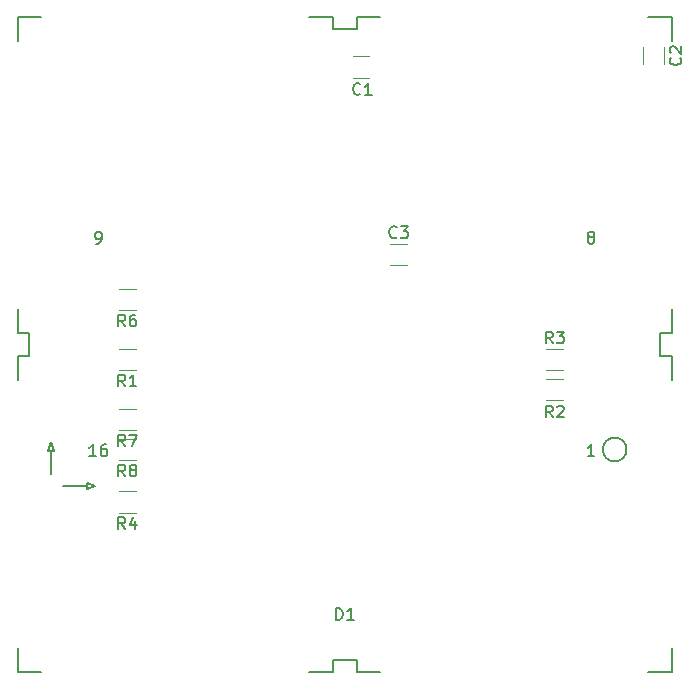
<source format=gbr>
%TF.GenerationSoftware,KiCad,Pcbnew,(5.1.8-0-10_14)*%
%TF.CreationDate,2021-01-04T21:42:45+01:00*%
%TF.ProjectId,led-matrix,6c65642d-6d61-4747-9269-782e6b696361,rev?*%
%TF.SameCoordinates,Original*%
%TF.FileFunction,Legend,Top*%
%TF.FilePolarity,Positive*%
%FSLAX46Y46*%
G04 Gerber Fmt 4.6, Leading zero omitted, Abs format (unit mm)*
G04 Created by KiCad (PCBNEW (5.1.8-0-10_14)) date 2021-01-04 21:42:45*
%MOMM*%
%LPD*%
G01*
G04 APERTURE LIST*
%ADD10C,0.150000*%
%ADD11C,0.120000*%
G04 APERTURE END LIST*
D10*
%TO.C,D1*%
X20445000Y-27635000D02*
X20445000Y-25635000D01*
X23285000Y-61585000D02*
X23535000Y-62335000D01*
X20445000Y-25635000D02*
X22445000Y-25635000D01*
X23035000Y-62335000D02*
X23285000Y-61585000D01*
X75845000Y-54335000D02*
X75845000Y-56335000D01*
X75845000Y-25635000D02*
X75845000Y-27635000D01*
X22445000Y-81035000D02*
X20445000Y-81035000D01*
X26285000Y-65085000D02*
X26285000Y-65585000D01*
X23285000Y-64335000D02*
X23285000Y-62335000D01*
X75845000Y-54335000D02*
X74845000Y-54335000D01*
X73845000Y-25635000D02*
X75845000Y-25635000D01*
X75845000Y-79035000D02*
X75845000Y-81035000D01*
X23535000Y-62335000D02*
X23035000Y-62335000D01*
X24285000Y-65335000D02*
X26285000Y-65335000D01*
X74845000Y-52335000D02*
X75845000Y-52335000D01*
X72005000Y-62225000D02*
G75*
G03*
X72005000Y-62225000I-1000000J0D01*
G01*
X20445000Y-81035000D02*
X20445000Y-79035000D01*
X75845000Y-81035000D02*
X73845000Y-81035000D01*
X26285000Y-65585000D02*
X27035000Y-65335000D01*
X27035000Y-65335000D02*
X26285000Y-65085000D01*
X75845000Y-52335000D02*
X75845000Y-50335000D01*
X74845000Y-54335000D02*
X74845000Y-52335000D01*
X49145000Y-81035000D02*
X51145000Y-81035000D01*
X47145000Y-81035000D02*
X45145000Y-81035000D01*
X49145000Y-80035000D02*
X49145000Y-81035000D01*
X47145000Y-81035000D02*
X47145000Y-80035000D01*
X47145000Y-80035000D02*
X49145000Y-80035000D01*
X20445000Y-52335000D02*
X21445000Y-52335000D01*
X20445000Y-54335000D02*
X20445000Y-56335000D01*
X20445000Y-52335000D02*
X20445000Y-50335000D01*
X21445000Y-52335000D02*
X21445000Y-54335000D01*
X21445000Y-54335000D02*
X20445000Y-54335000D01*
X49145000Y-26635000D02*
X47145000Y-26635000D01*
X49145000Y-25635000D02*
X49145000Y-26635000D01*
X47145000Y-25635000D02*
X45145000Y-25635000D01*
X47145000Y-26635000D02*
X47145000Y-25635000D01*
X49145000Y-25635000D02*
X51145000Y-25635000D01*
D11*
%TO.C,R8*%
X30457064Y-63135000D02*
X29002936Y-63135000D01*
X30457064Y-61315000D02*
X29002936Y-61315000D01*
%TO.C,R7*%
X30457064Y-60600000D02*
X29002936Y-60600000D01*
X30457064Y-58780000D02*
X29002936Y-58780000D01*
%TO.C,R6*%
X30457064Y-50440000D02*
X29002936Y-50440000D01*
X30457064Y-48620000D02*
X29002936Y-48620000D01*
%TO.C,R4*%
X30457064Y-67585000D02*
X29002936Y-67585000D01*
X30457064Y-65765000D02*
X29002936Y-65765000D01*
%TO.C,R3*%
X65197936Y-53695000D02*
X66652064Y-53695000D01*
X65197936Y-55515000D02*
X66652064Y-55515000D01*
%TO.C,R2*%
X65197936Y-56240000D02*
X66652064Y-56240000D01*
X65197936Y-58060000D02*
X66652064Y-58060000D01*
%TO.C,R1*%
X30457064Y-55515000D02*
X29002936Y-55515000D01*
X30457064Y-53695000D02*
X29002936Y-53695000D01*
%TO.C,C3*%
X51993748Y-46630000D02*
X53416252Y-46630000D01*
X51993748Y-44810000D02*
X53416252Y-44810000D01*
%TO.C,C2*%
X75205000Y-29578752D02*
X75205000Y-28156248D01*
X73385000Y-29578752D02*
X73385000Y-28156248D01*
%TO.C,C1*%
X48818748Y-30755000D02*
X50241252Y-30755000D01*
X48818748Y-28935000D02*
X50241252Y-28935000D01*
%TO.C,*%
D10*
%TO.C,D1*%
X47406904Y-76647380D02*
X47406904Y-75647380D01*
X47645000Y-75647380D01*
X47787857Y-75695000D01*
X47883095Y-75790238D01*
X47930714Y-75885476D01*
X47978333Y-76075952D01*
X47978333Y-76218809D01*
X47930714Y-76409285D01*
X47883095Y-76504523D01*
X47787857Y-76599761D01*
X47645000Y-76647380D01*
X47406904Y-76647380D01*
X48930714Y-76647380D02*
X48359285Y-76647380D01*
X48645000Y-76647380D02*
X48645000Y-75647380D01*
X48549761Y-75790238D01*
X48454523Y-75885476D01*
X48359285Y-75933095D01*
X27094523Y-62787380D02*
X26523095Y-62787380D01*
X26808809Y-62787380D02*
X26808809Y-61787380D01*
X26713571Y-61930238D01*
X26618333Y-62025476D01*
X26523095Y-62073095D01*
X27951666Y-61787380D02*
X27761190Y-61787380D01*
X27665952Y-61835000D01*
X27618333Y-61882619D01*
X27523095Y-62025476D01*
X27475476Y-62215952D01*
X27475476Y-62596904D01*
X27523095Y-62692142D01*
X27570714Y-62739761D01*
X27665952Y-62787380D01*
X27856428Y-62787380D01*
X27951666Y-62739761D01*
X27999285Y-62692142D01*
X28046904Y-62596904D01*
X28046904Y-62358809D01*
X27999285Y-62263571D01*
X27951666Y-62215952D01*
X27856428Y-62168333D01*
X27665952Y-62168333D01*
X27570714Y-62215952D01*
X27523095Y-62263571D01*
X27475476Y-62358809D01*
X68909761Y-44215952D02*
X68814523Y-44168333D01*
X68766904Y-44120714D01*
X68719285Y-44025476D01*
X68719285Y-43977857D01*
X68766904Y-43882619D01*
X68814523Y-43835000D01*
X68909761Y-43787380D01*
X69100238Y-43787380D01*
X69195476Y-43835000D01*
X69243095Y-43882619D01*
X69290714Y-43977857D01*
X69290714Y-44025476D01*
X69243095Y-44120714D01*
X69195476Y-44168333D01*
X69100238Y-44215952D01*
X68909761Y-44215952D01*
X68814523Y-44263571D01*
X68766904Y-44311190D01*
X68719285Y-44406428D01*
X68719285Y-44596904D01*
X68766904Y-44692142D01*
X68814523Y-44739761D01*
X68909761Y-44787380D01*
X69100238Y-44787380D01*
X69195476Y-44739761D01*
X69243095Y-44692142D01*
X69290714Y-44596904D01*
X69290714Y-44406428D01*
X69243095Y-44311190D01*
X69195476Y-44263571D01*
X69100238Y-44215952D01*
X27094523Y-44787380D02*
X27285000Y-44787380D01*
X27380238Y-44739761D01*
X27427857Y-44692142D01*
X27523095Y-44549285D01*
X27570714Y-44358809D01*
X27570714Y-43977857D01*
X27523095Y-43882619D01*
X27475476Y-43835000D01*
X27380238Y-43787380D01*
X27189761Y-43787380D01*
X27094523Y-43835000D01*
X27046904Y-43882619D01*
X26999285Y-43977857D01*
X26999285Y-44215952D01*
X27046904Y-44311190D01*
X27094523Y-44358809D01*
X27189761Y-44406428D01*
X27380238Y-44406428D01*
X27475476Y-44358809D01*
X27523095Y-44311190D01*
X27570714Y-44215952D01*
X69290714Y-62787380D02*
X68719285Y-62787380D01*
X69005000Y-62787380D02*
X69005000Y-61787380D01*
X68909761Y-61930238D01*
X68814523Y-62025476D01*
X68719285Y-62073095D01*
%TO.C,R8*%
X29563333Y-64497380D02*
X29230000Y-64021190D01*
X28991904Y-64497380D02*
X28991904Y-63497380D01*
X29372857Y-63497380D01*
X29468095Y-63545000D01*
X29515714Y-63592619D01*
X29563333Y-63687857D01*
X29563333Y-63830714D01*
X29515714Y-63925952D01*
X29468095Y-63973571D01*
X29372857Y-64021190D01*
X28991904Y-64021190D01*
X30134761Y-63925952D02*
X30039523Y-63878333D01*
X29991904Y-63830714D01*
X29944285Y-63735476D01*
X29944285Y-63687857D01*
X29991904Y-63592619D01*
X30039523Y-63545000D01*
X30134761Y-63497380D01*
X30325238Y-63497380D01*
X30420476Y-63545000D01*
X30468095Y-63592619D01*
X30515714Y-63687857D01*
X30515714Y-63735476D01*
X30468095Y-63830714D01*
X30420476Y-63878333D01*
X30325238Y-63925952D01*
X30134761Y-63925952D01*
X30039523Y-63973571D01*
X29991904Y-64021190D01*
X29944285Y-64116428D01*
X29944285Y-64306904D01*
X29991904Y-64402142D01*
X30039523Y-64449761D01*
X30134761Y-64497380D01*
X30325238Y-64497380D01*
X30420476Y-64449761D01*
X30468095Y-64402142D01*
X30515714Y-64306904D01*
X30515714Y-64116428D01*
X30468095Y-64021190D01*
X30420476Y-63973571D01*
X30325238Y-63925952D01*
%TO.C,R7*%
X29563333Y-61962380D02*
X29230000Y-61486190D01*
X28991904Y-61962380D02*
X28991904Y-60962380D01*
X29372857Y-60962380D01*
X29468095Y-61010000D01*
X29515714Y-61057619D01*
X29563333Y-61152857D01*
X29563333Y-61295714D01*
X29515714Y-61390952D01*
X29468095Y-61438571D01*
X29372857Y-61486190D01*
X28991904Y-61486190D01*
X29896666Y-60962380D02*
X30563333Y-60962380D01*
X30134761Y-61962380D01*
%TO.C,R6*%
X29563333Y-51802380D02*
X29230000Y-51326190D01*
X28991904Y-51802380D02*
X28991904Y-50802380D01*
X29372857Y-50802380D01*
X29468095Y-50850000D01*
X29515714Y-50897619D01*
X29563333Y-50992857D01*
X29563333Y-51135714D01*
X29515714Y-51230952D01*
X29468095Y-51278571D01*
X29372857Y-51326190D01*
X28991904Y-51326190D01*
X30420476Y-50802380D02*
X30230000Y-50802380D01*
X30134761Y-50850000D01*
X30087142Y-50897619D01*
X29991904Y-51040476D01*
X29944285Y-51230952D01*
X29944285Y-51611904D01*
X29991904Y-51707142D01*
X30039523Y-51754761D01*
X30134761Y-51802380D01*
X30325238Y-51802380D01*
X30420476Y-51754761D01*
X30468095Y-51707142D01*
X30515714Y-51611904D01*
X30515714Y-51373809D01*
X30468095Y-51278571D01*
X30420476Y-51230952D01*
X30325238Y-51183333D01*
X30134761Y-51183333D01*
X30039523Y-51230952D01*
X29991904Y-51278571D01*
X29944285Y-51373809D01*
%TO.C,R4*%
X29563333Y-68947380D02*
X29230000Y-68471190D01*
X28991904Y-68947380D02*
X28991904Y-67947380D01*
X29372857Y-67947380D01*
X29468095Y-67995000D01*
X29515714Y-68042619D01*
X29563333Y-68137857D01*
X29563333Y-68280714D01*
X29515714Y-68375952D01*
X29468095Y-68423571D01*
X29372857Y-68471190D01*
X28991904Y-68471190D01*
X30420476Y-68280714D02*
X30420476Y-68947380D01*
X30182380Y-67899761D02*
X29944285Y-68614047D01*
X30563333Y-68614047D01*
%TO.C,R3*%
X65758333Y-53237380D02*
X65425000Y-52761190D01*
X65186904Y-53237380D02*
X65186904Y-52237380D01*
X65567857Y-52237380D01*
X65663095Y-52285000D01*
X65710714Y-52332619D01*
X65758333Y-52427857D01*
X65758333Y-52570714D01*
X65710714Y-52665952D01*
X65663095Y-52713571D01*
X65567857Y-52761190D01*
X65186904Y-52761190D01*
X66091666Y-52237380D02*
X66710714Y-52237380D01*
X66377380Y-52618333D01*
X66520238Y-52618333D01*
X66615476Y-52665952D01*
X66663095Y-52713571D01*
X66710714Y-52808809D01*
X66710714Y-53046904D01*
X66663095Y-53142142D01*
X66615476Y-53189761D01*
X66520238Y-53237380D01*
X66234523Y-53237380D01*
X66139285Y-53189761D01*
X66091666Y-53142142D01*
%TO.C,R2*%
X65758333Y-59507380D02*
X65425000Y-59031190D01*
X65186904Y-59507380D02*
X65186904Y-58507380D01*
X65567857Y-58507380D01*
X65663095Y-58555000D01*
X65710714Y-58602619D01*
X65758333Y-58697857D01*
X65758333Y-58840714D01*
X65710714Y-58935952D01*
X65663095Y-58983571D01*
X65567857Y-59031190D01*
X65186904Y-59031190D01*
X66139285Y-58602619D02*
X66186904Y-58555000D01*
X66282142Y-58507380D01*
X66520238Y-58507380D01*
X66615476Y-58555000D01*
X66663095Y-58602619D01*
X66710714Y-58697857D01*
X66710714Y-58793095D01*
X66663095Y-58935952D01*
X66091666Y-59507380D01*
X66710714Y-59507380D01*
%TO.C,R1*%
X29563333Y-56877380D02*
X29230000Y-56401190D01*
X28991904Y-56877380D02*
X28991904Y-55877380D01*
X29372857Y-55877380D01*
X29468095Y-55925000D01*
X29515714Y-55972619D01*
X29563333Y-56067857D01*
X29563333Y-56210714D01*
X29515714Y-56305952D01*
X29468095Y-56353571D01*
X29372857Y-56401190D01*
X28991904Y-56401190D01*
X30515714Y-56877380D02*
X29944285Y-56877380D01*
X30230000Y-56877380D02*
X30230000Y-55877380D01*
X30134761Y-56020238D01*
X30039523Y-56115476D01*
X29944285Y-56163095D01*
%TO.C,C3*%
X52538333Y-44227142D02*
X52490714Y-44274761D01*
X52347857Y-44322380D01*
X52252619Y-44322380D01*
X52109761Y-44274761D01*
X52014523Y-44179523D01*
X51966904Y-44084285D01*
X51919285Y-43893809D01*
X51919285Y-43750952D01*
X51966904Y-43560476D01*
X52014523Y-43465238D01*
X52109761Y-43370000D01*
X52252619Y-43322380D01*
X52347857Y-43322380D01*
X52490714Y-43370000D01*
X52538333Y-43417619D01*
X52871666Y-43322380D02*
X53490714Y-43322380D01*
X53157380Y-43703333D01*
X53300238Y-43703333D01*
X53395476Y-43750952D01*
X53443095Y-43798571D01*
X53490714Y-43893809D01*
X53490714Y-44131904D01*
X53443095Y-44227142D01*
X53395476Y-44274761D01*
X53300238Y-44322380D01*
X53014523Y-44322380D01*
X52919285Y-44274761D01*
X52871666Y-44227142D01*
%TO.C,C2*%
X76552142Y-29034166D02*
X76599761Y-29081785D01*
X76647380Y-29224642D01*
X76647380Y-29319880D01*
X76599761Y-29462738D01*
X76504523Y-29557976D01*
X76409285Y-29605595D01*
X76218809Y-29653214D01*
X76075952Y-29653214D01*
X75885476Y-29605595D01*
X75790238Y-29557976D01*
X75695000Y-29462738D01*
X75647380Y-29319880D01*
X75647380Y-29224642D01*
X75695000Y-29081785D01*
X75742619Y-29034166D01*
X75742619Y-28653214D02*
X75695000Y-28605595D01*
X75647380Y-28510357D01*
X75647380Y-28272261D01*
X75695000Y-28177023D01*
X75742619Y-28129404D01*
X75837857Y-28081785D01*
X75933095Y-28081785D01*
X76075952Y-28129404D01*
X76647380Y-28700833D01*
X76647380Y-28081785D01*
%TO.C,C1*%
X49478333Y-32112142D02*
X49430714Y-32159761D01*
X49287857Y-32207380D01*
X49192619Y-32207380D01*
X49049761Y-32159761D01*
X48954523Y-32064523D01*
X48906904Y-31969285D01*
X48859285Y-31778809D01*
X48859285Y-31635952D01*
X48906904Y-31445476D01*
X48954523Y-31350238D01*
X49049761Y-31255000D01*
X49192619Y-31207380D01*
X49287857Y-31207380D01*
X49430714Y-31255000D01*
X49478333Y-31302619D01*
X50430714Y-32207380D02*
X49859285Y-32207380D01*
X50145000Y-32207380D02*
X50145000Y-31207380D01*
X50049761Y-31350238D01*
X49954523Y-31445476D01*
X49859285Y-31493095D01*
%TD*%
M02*

</source>
